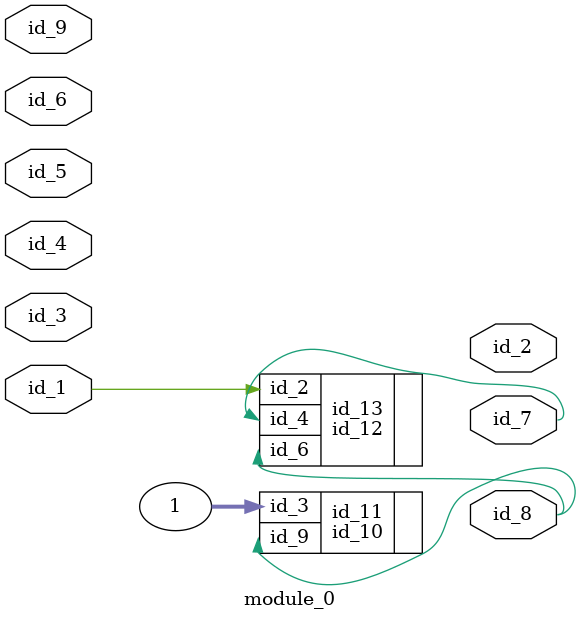
<source format=v>
module module_0 (
    id_1,
    id_2,
    id_3,
    id_4,
    id_5,
    id_6,
    id_7,
    id_8,
    id_9
);
  input id_9;
  output id_8;
  output id_7;
  input id_6;
  input id_5;
  input id_4;
  input id_3;
  output id_2;
  input id_1;
  id_10 id_11 (
      .id_9(id_8),
      .id_3(1)
  );
  id_12 id_13 (
      .id_6(id_8),
      .id_4(id_7),
      .id_2(id_1)
  );
endmodule

</source>
